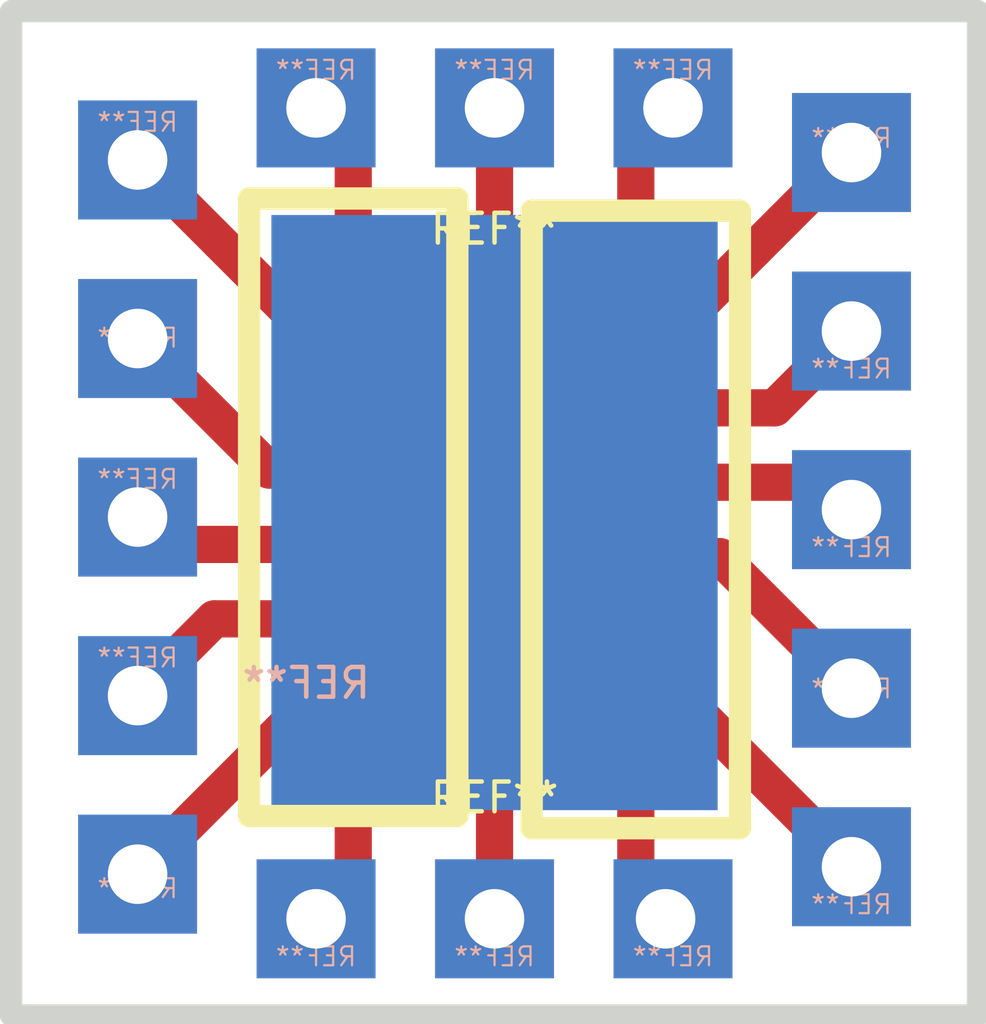
<source format=kicad_pcb>
(kicad_pcb (version 4) (host pcbnew 4.0.2-stable)

  (general
    (links 0)
    (no_connects 0)
    (area 122.124999 106.574999 128.775001 113.475001)
    (thickness 1.6)
    (drawings 5)
    (tracks 50)
    (zones 0)
    (modules 19)
    (nets 1)
  )

  (page A4)
  (layers
    (0 F.Cu signal)
    (31 B.Cu signal)
    (32 B.Adhes user)
    (33 F.Adhes user)
    (34 B.Paste user)
    (35 F.Paste user)
    (36 B.SilkS user)
    (37 F.SilkS user)
    (38 B.Mask user)
    (39 F.Mask user)
    (40 Dwgs.User user)
    (41 Cmts.User user)
    (42 Eco1.User user)
    (43 Eco2.User user)
    (44 Edge.Cuts user)
    (45 Margin user)
    (46 B.CrtYd user)
    (47 F.CrtYd user)
    (48 B.Fab user)
    (49 F.Fab user)
  )

  (setup
    (last_trace_width 0.25)
    (trace_clearance 0.2)
    (zone_clearance 0.508)
    (zone_45_only no)
    (trace_min 0.2)
    (segment_width 0.2)
    (edge_width 0.15)
    (via_size 0.6)
    (via_drill 0.4)
    (via_min_size 0.4)
    (via_min_drill 0.3)
    (uvia_size 0.3)
    (uvia_drill 0.1)
    (uvias_allowed no)
    (uvia_min_size 0.2)
    (uvia_min_drill 0.1)
    (pcb_text_width 0.3)
    (pcb_text_size 1.5 1.5)
    (mod_edge_width 0.15)
    (mod_text_size 1 1)
    (mod_text_width 0.15)
    (pad_size 3 4)
    (pad_drill 0)
    (pad_to_mask_clearance 0.2)
    (aux_axis_origin 0 0)
    (visible_elements 7FFFFFFF)
    (pcbplotparams
      (layerselection 0x00030_80000001)
      (usegerberextensions false)
      (excludeedgelayer true)
      (linewidth 0.100000)
      (plotframeref false)
      (viasonmask false)
      (mode 1)
      (useauxorigin false)
      (hpglpennumber 1)
      (hpglpenspeed 20)
      (hpglpendiameter 15)
      (hpglpenoverlay 2)
      (psnegative false)
      (psa4output false)
      (plotreference true)
      (plotvalue true)
      (plotinvisibletext false)
      (padsonsilk false)
      (subtractmaskfromsilk false)
      (outputformat 1)
      (mirror false)
      (drillshape 1)
      (scaleselection 1)
      (outputdirectory ""))
  )

  (net 0 "")

  (net_class Default "This is the default net class."
    (clearance 0.2)
    (trace_width 0.25)
    (via_dia 0.6)
    (via_drill 0.4)
    (uvia_dia 0.3)
    (uvia_drill 0.1)
  )

  (module Pin_Headers:Pin_Header_Straight_1x08 (layer F.Cu) (tedit 576B8F0F) (tstamp 576D8515)
    (at 126.4 110.3 180)
    (descr "Through hole pin header")
    (tags "pin header")
    (fp_text reference REF** (at 0.95 -1.636 180) (layer F.SilkS)
      (effects (font (size 0.2 0.2) (thickness 0.03)))
    )
    (fp_text value Pin_Header_Straight_1x08 (at 1.6 -2.186 180) (layer F.Fab)
      (effects (font (size 0.2 0.2) (thickness 0.03)))
    )
    (fp_line (start 0.7 -1.841) (end 0.7 2.309) (layer F.SilkS) (width 0.15))
    (fp_line (start -0.7 -1.841) (end -0.7 2.309) (layer F.SilkS) (width 0.15))
    (fp_line (start -0.7 2.309) (end 0.7 2.309) (layer F.SilkS) (width 0.15))
    (fp_line (start -0.7 -1.841) (end 0.7 -1.841) (layer F.SilkS) (width 0.15))
    (pad 1 connect rect (at 0 -1.516 180) (size 0.4 0.4) (layers F.Cu F.Mask))
    (pad 2 smd rect (at 0 -1.016 180) (size 0.4 0.4) (layers F.Cu F.Paste F.Mask))
    (pad 3 smd rect (at 0 -0.516 180) (size 0.4 0.4) (layers F.Cu F.Paste F.Mask))
    (pad 4 smd rect (at 0 -0.016 180) (size 0.4 0.4) (layers F.Cu F.Paste F.Mask))
    (pad 5 smd rect (at 0 0.484 180) (size 0.4 0.4) (layers F.Cu F.Paste F.Mask))
    (pad 6 smd rect (at 0 0.984 180) (size 0.4 0.4) (layers F.Cu F.Paste F.Mask))
    (pad 7 smd rect (at 0 1.484 180) (size 0.4 0.4) (layers F.Cu F.Paste F.Mask))
    (pad 8 smd rect (at 0 1.984 180) (size 0.4 0.4) (layers F.Cu F.Paste F.Mask))
    (model Pin_Headers.3dshapes/Pin_Header_Straight_1x08.wrl
      (at (xyz 0 -0.01 0))
      (scale (xyz 0.2 0.2 0.2))
      (rotate (xyz 0 0 90))
    )
  )

  (module "1x1 pad" (layer B.Cu) (tedit 576D7BE9) (tstamp 576D850D)
    (at 127.85 112.4 180)
    (fp_text reference REF** (at 0 -0.254 180) (layer B.SilkS)
      (effects (font (size 0.127 0.127) (thickness 0.015)) (justify mirror))
    )
    (fp_text value ".8 pad" (at 0 0.254 180) (layer B.Fab)
      (effects (font (size 0.127 0.127) (thickness 0.015)) (justify mirror))
    )
    (pad 1 smd rect (at 0 0 180) (size 0.8 0.8) (layers B.Cu B.Paste B.Mask))
  )

  (module "1x1 pad" (layer B.Cu) (tedit 576D8162) (tstamp 576D8509)
    (at 127.85 110.95 180)
    (fp_text reference REF** (at 0 -0.254 180) (layer B.SilkS)
      (effects (font (size 0.127 0.127) (thickness 0.015)) (justify mirror))
    )
    (fp_text value ".8 pad" (at 0 0.254 180) (layer B.Fab)
      (effects (font (size 0.127 0.127) (thickness 0.015)) (justify mirror))
    )
    (pad 1 smd rect (at 0 -0.25 180) (size 0.8 0.8) (layers B.Cu B.Paste B.Mask))
  )

  (module "1x1 pad" (layer B.Cu) (tedit 576D7BE9) (tstamp 576D8505)
    (at 127.85 108.8 180)
    (fp_text reference REF** (at 0 -0.254 180) (layer B.SilkS)
      (effects (font (size 0.127 0.127) (thickness 0.015)) (justify mirror))
    )
    (fp_text value ".8 pad" (at 0 0.254 180) (layer B.Fab)
      (effects (font (size 0.127 0.127) (thickness 0.015)) (justify mirror))
    )
    (pad 1 smd rect (at 0 0 180) (size 0.8 0.8) (layers B.Cu B.Paste B.Mask))
  )

  (module "1x1 pad" (layer B.Cu) (tedit 576D813F) (tstamp 576D8501)
    (at 127.85 107.25 180)
    (fp_text reference REF** (at 0 -0.254 180) (layer B.SilkS)
      (effects (font (size 0.127 0.127) (thickness 0.015)) (justify mirror))
    )
    (fp_text value ".8 pad" (at 0 0.254 180) (layer B.Fab)
      (effects (font (size 0.127 0.127) (thickness 0.015)) (justify mirror))
    )
    (pad 1 smd rect (at 0 -0.35 180) (size 0.8 0.8) (layers B.Cu B.Paste B.Mask))
  )

  (module "1x1 pad" (layer B.Cu) (tedit 576D7BE9) (tstamp 576D84FD)
    (at 127.85 110 180)
    (fp_text reference REF** (at 0 -0.254 180) (layer B.SilkS)
      (effects (font (size 0.127 0.127) (thickness 0.015)) (justify mirror))
    )
    (fp_text value ".8 pad" (at 0 0.254 180) (layer B.Fab)
      (effects (font (size 0.127 0.127) (thickness 0.015)) (justify mirror))
    )
    (pad 1 smd rect (at 0 0 180) (size 0.8 0.8) (layers B.Cu B.Paste B.Mask))
  )

  (module "1x1 pad" (layer B.Cu) (tedit 576D7BE9) (tstamp 576D84F9)
    (at 126.65 112.75 180)
    (fp_text reference REF** (at 0 -0.254 180) (layer B.SilkS)
      (effects (font (size 0.127 0.127) (thickness 0.015)) (justify mirror))
    )
    (fp_text value ".8 pad" (at 0 0.254 180) (layer B.Fab)
      (effects (font (size 0.127 0.127) (thickness 0.015)) (justify mirror))
    )
    (pad 1 smd rect (at 0 0 180) (size 0.8 0.8) (layers B.Cu B.Paste B.Mask))
  )

  (module "1x1 pad" (layer B.Cu) (tedit 576D7BE9) (tstamp 576D84F5)
    (at 125.45 112.75 180)
    (fp_text reference REF** (at 0 -0.254 180) (layer B.SilkS)
      (effects (font (size 0.127 0.127) (thickness 0.015)) (justify mirror))
    )
    (fp_text value ".8 pad" (at 0 0.254 180) (layer B.Fab)
      (effects (font (size 0.127 0.127) (thickness 0.015)) (justify mirror))
    )
    (pad 1 smd rect (at 0 0 180) (size 0.8 0.8) (layers B.Cu B.Paste B.Mask))
  )

  (module "1x1 pad" (layer B.Cu) (tedit 576D7BE9) (tstamp 576D84F1)
    (at 124.25 112.75 180)
    (fp_text reference REF** (at 0 -0.254 180) (layer B.SilkS)
      (effects (font (size 0.127 0.127) (thickness 0.015)) (justify mirror))
    )
    (fp_text value ".8 pad" (at 0 0.254 180) (layer B.Fab)
      (effects (font (size 0.127 0.127) (thickness 0.015)) (justify mirror))
    )
    (pad 1 smd rect (at 0 0 180) (size 0.8 0.8) (layers B.Cu B.Paste B.Mask))
  )

  (module "1x1 pad" (layer B.Cu) (tedit 576D7BE9) (tstamp 576D8278)
    (at 126.65 107.3)
    (fp_text reference REF** (at 0 -0.254) (layer B.SilkS)
      (effects (font (size 0.127 0.127) (thickness 0.015)) (justify mirror))
    )
    (fp_text value ".8 pad" (at 0 0.254) (layer B.Fab)
      (effects (font (size 0.127 0.127) (thickness 0.015)) (justify mirror))
    )
    (pad 1 smd rect (at 0 0) (size 0.8 0.8) (layers B.Cu B.Paste B.Mask))
  )

  (module "1x1 pad" (layer B.Cu) (tedit 576D7BE9) (tstamp 576D8249)
    (at 125.45 107.3)
    (fp_text reference REF** (at 0 -0.254) (layer B.SilkS)
      (effects (font (size 0.127 0.127) (thickness 0.015)) (justify mirror))
    )
    (fp_text value ".8 pad" (at 0 0.254) (layer B.Fab)
      (effects (font (size 0.127 0.127) (thickness 0.015)) (justify mirror))
    )
    (pad 1 smd rect (at 0 0) (size 0.8 0.8) (layers B.Cu B.Paste B.Mask))
  )

  (module "1x1 pad" (layer B.Cu) (tedit 576D7BE9) (tstamp 576D8235)
    (at 124.25 107.3)
    (fp_text reference REF** (at 0 -0.254) (layer B.SilkS)
      (effects (font (size 0.127 0.127) (thickness 0.015)) (justify mirror))
    )
    (fp_text value ".8 pad" (at 0 0.254) (layer B.Fab)
      (effects (font (size 0.127 0.127) (thickness 0.015)) (justify mirror))
    )
    (pad 1 smd rect (at 0 0) (size 0.8 0.8) (layers B.Cu B.Paste B.Mask))
  )

  (module "1x1 pad" (layer B.Cu) (tedit 576D7BE9) (tstamp 576D80E5)
    (at 123.05 110.05)
    (fp_text reference REF** (at 0 -0.254) (layer B.SilkS)
      (effects (font (size 0.127 0.127) (thickness 0.015)) (justify mirror))
    )
    (fp_text value ".8 pad" (at 0 0.254) (layer B.Fab)
      (effects (font (size 0.127 0.127) (thickness 0.015)) (justify mirror))
    )
    (pad 1 smd rect (at 0 0) (size 0.8 0.8) (layers B.Cu B.Paste B.Mask))
  )

  (module "1x1 pad" (layer B.Cu) (tedit 576D813F) (tstamp 576D7C87)
    (at 123.05 112.8)
    (fp_text reference REF** (at 0 -0.254) (layer B.SilkS)
      (effects (font (size 0.127 0.127) (thickness 0.015)) (justify mirror))
    )
    (fp_text value ".8 pad" (at 0 0.254) (layer B.Fab)
      (effects (font (size 0.127 0.127) (thickness 0.015)) (justify mirror))
    )
    (pad 1 smd rect (at 0 -0.35) (size 0.8 0.8) (layers B.Cu B.Paste B.Mask))
  )

  (module "1x1 pad" (layer B.Cu) (tedit 576D7BE9) (tstamp 576D7C37)
    (at 123.05 111.25)
    (fp_text reference REF** (at 0 -0.254) (layer B.SilkS)
      (effects (font (size 0.127 0.127) (thickness 0.015)) (justify mirror))
    )
    (fp_text value ".8 pad" (at 0 0.254) (layer B.Fab)
      (effects (font (size 0.127 0.127) (thickness 0.015)) (justify mirror))
    )
    (pad 1 smd rect (at 0 0) (size 0.8 0.8) (layers B.Cu B.Paste B.Mask))
  )

  (module "1x1 pad" (layer B.Cu) (tedit 576D8162) (tstamp 576D7C32)
    (at 123.05 109.1)
    (fp_text reference REF** (at 0 -0.254) (layer B.SilkS)
      (effects (font (size 0.127 0.127) (thickness 0.015)) (justify mirror))
    )
    (fp_text value ".8 pad" (at 0 0.254) (layer B.Fab)
      (effects (font (size 0.127 0.127) (thickness 0.015)) (justify mirror))
    )
    (pad 1 smd rect (at 0 -0.25) (size 0.8 0.8) (layers B.Cu B.Paste B.Mask))
  )

  (module "1x1 pad" (layer B.Cu) (tedit 576D7BE9) (tstamp 576D7C00)
    (at 123.05 107.65)
    (fp_text reference REF** (at 0 -0.254) (layer B.SilkS)
      (effects (font (size 0.127 0.127) (thickness 0.015)) (justify mirror))
    )
    (fp_text value ".8 pad" (at 0 0.254) (layer B.Fab)
      (effects (font (size 0.127 0.127) (thickness 0.015)) (justify mirror))
    )
    (pad 1 smd rect (at 0 0) (size 0.8 0.8) (layers B.Cu B.Paste B.Mask))
  )

  (module "silicon chip" (layer B.Cu) (tedit 576C2481) (tstamp 576B8647)
    (at 125.2 110.15)
    (fp_text reference REF** (at -1.016 1.016) (layer B.SilkS)
      (effects (font (size 0.2 0.2) (thickness 0.03)) (justify mirror))
    )
    (fp_text value "silicon chip" (at -0.508 1.524) (layer B.Fab)
      (effects (font (size 0.2 0.2) (thickness 0.03)) (justify mirror))
    )
    (pad 9 smd rect (at 0.25 -0.13) (size 3 4) (layers B.Cu B.Paste B.Mask))
  )

  (module Pin_Headers:Pin_Header_Straight_1x08 (layer F.Cu) (tedit 576B8F0F) (tstamp 576B7716)
    (at 124.5 109.75)
    (descr "Through hole pin header")
    (tags "pin header")
    (fp_text reference REF** (at 0.95 -1.636) (layer F.SilkS)
      (effects (font (size 0.2 0.2) (thickness 0.03)))
    )
    (fp_text value Pin_Header_Straight_1x08 (at 1.6 -2.186) (layer F.Fab)
      (effects (font (size 0.2 0.2) (thickness 0.03)))
    )
    (fp_line (start 0.7 -1.841) (end 0.7 2.309) (layer F.SilkS) (width 0.15))
    (fp_line (start -0.7 -1.841) (end -0.7 2.309) (layer F.SilkS) (width 0.15))
    (fp_line (start -0.7 2.309) (end 0.7 2.309) (layer F.SilkS) (width 0.15))
    (fp_line (start -0.7 -1.841) (end 0.7 -1.841) (layer F.SilkS) (width 0.15))
    (pad 1 connect rect (at 0 -1.516) (size 0.4 0.4) (layers F.Cu F.Mask))
    (pad 2 smd rect (at 0 -1.016) (size 0.4 0.4) (layers F.Cu F.Paste F.Mask))
    (pad 3 smd rect (at 0 -0.516) (size 0.4 0.4) (layers F.Cu F.Paste F.Mask))
    (pad 4 smd rect (at 0 -0.016) (size 0.4 0.4) (layers F.Cu F.Paste F.Mask))
    (pad 5 smd rect (at 0 0.484) (size 0.4 0.4) (layers F.Cu F.Paste F.Mask))
    (pad 6 smd rect (at 0 0.984) (size 0.4 0.4) (layers F.Cu F.Paste F.Mask))
    (pad 7 smd rect (at 0 1.484) (size 0.4 0.4) (layers F.Cu F.Paste F.Mask))
    (pad 8 smd rect (at 0 1.984) (size 0.4 0.4) (layers F.Cu F.Paste F.Mask))
    (model Pin_Headers.3dshapes/Pin_Header_Straight_1x08.wrl
      (at (xyz 0 -0.01 0))
      (scale (xyz 0.2 0.2 0.2))
      (rotate (xyz 0 0 90))
    )
  )

  (gr_line (start 122.2 113.4) (end 122.2 106.65) (angle 90) (layer Edge.Cuts) (width 0.15))
  (gr_line (start 122.25 113.4) (end 122.2 113.4) (angle 90) (layer Edge.Cuts) (width 0.15))
  (gr_line (start 128.7 113.4) (end 122.25 113.4) (angle 90) (layer Edge.Cuts) (width 0.15))
  (gr_line (start 128.7 106.65) (end 128.7 113.4) (angle 90) (layer Edge.Cuts) (width 0.15))
  (gr_line (start 122.2 106.65) (end 128.7 106.65) (angle 90) (layer Edge.Cuts) (width 0.15))

  (segment (start 126.4 108.316) (end 126.4 107.55) (width 0.25) (layer F.Cu) (net 0))
  (via (at 126.65 107.3) (size 0.6) (drill 0.4) (layers F.Cu B.Cu) (net 0))
  (segment (start 126.4 107.55) (end 126.65 107.3) (width 0.25) (layer F.Cu) (net 0) (tstamp 576D86BC))
  (segment (start 126.4 108.816) (end 126.634 108.816) (width 0.25) (layer F.Cu) (net 0))
  (via (at 127.85 107.6) (size 0.6) (drill 0.4) (layers F.Cu B.Cu) (net 0) (tstamp 576D852B) (status 30))
  (segment (start 126.634 108.816) (end 127.85 107.6) (width 0.25) (layer F.Cu) (net 0) (tstamp 576D86B9))
  (segment (start 126.4 109.316) (end 127.334 109.316) (width 0.25) (layer F.Cu) (net 0))
  (via (at 127.85 108.8) (size 0.6) (drill 0.4) (layers F.Cu B.Cu) (net 0) (tstamp 576D852D))
  (segment (start 127.334 109.316) (end 127.85 108.8) (width 0.25) (layer F.Cu) (net 0) (tstamp 576D86B6))
  (segment (start 126.4 109.816) (end 127.666 109.816) (width 0.25) (layer F.Cu) (net 0))
  (via (at 127.85 110) (size 0.6) (drill 0.4) (layers F.Cu B.Cu) (net 0) (tstamp 576D8528))
  (segment (start 127.666 109.816) (end 127.85 110) (width 0.25) (layer F.Cu) (net 0) (tstamp 576D86B3))
  (segment (start 126.4 110.316) (end 126.966 110.316) (width 0.25) (layer F.Cu) (net 0))
  (via (at 127.85 111.2) (size 0.6) (drill 0.4) (layers F.Cu B.Cu) (net 0) (tstamp 576D8527))
  (segment (start 126.966 110.316) (end 127.85 111.2) (width 0.25) (layer F.Cu) (net 0) (tstamp 576D86B0))
  (segment (start 126.4 111.316) (end 126.766 111.316) (width 0.25) (layer F.Cu) (net 0))
  (via (at 127.85 112.4) (size 0.6) (drill 0.4) (layers F.Cu B.Cu) (net 0) (tstamp 576D852E) (status 30))
  (segment (start 126.766 111.316) (end 127.85 112.4) (width 0.25) (layer F.Cu) (net 0) (tstamp 576D86AC))
  (via (at 125.45 112.75) (size 0.6) (drill 0.4) (layers F.Cu B.Cu) (net 0))
  (segment (start 125.684 110.816) (end 125.45 111.05) (width 0.25) (layer F.Cu) (net 0) (tstamp 576D868F))
  (segment (start 125.45 112.75) (end 125.45 111.05) (width 0.25) (layer F.Cu) (net 0) (tstamp 576D869C))
  (segment (start 125.684 110.816) (end 126.4 110.816) (width 0.25) (layer F.Cu) (net 0))
  (segment (start 126.4 111.816) (end 126.4 112.55) (width 0.25) (layer F.Cu) (net 0))
  (via (at 126.6 112.75) (size 0.6) (drill 0.4) (layers F.Cu B.Cu) (net 0) (tstamp 576D8525) (status 30))
  (segment (start 126.4 112.55) (end 126.6 112.75) (width 0.25) (layer F.Cu) (net 0) (tstamp 576D867E))
  (via (at 124.25 112.75) (size 0.6) (drill 0.4) (layers F.Cu B.Cu) (net 0))
  (segment (start 124.25 112.75) (end 124.5 112.5) (width 0.25) (layer F.Cu) (net 0) (tstamp 576D8665))
  (segment (start 124.5 112.5) (end 124.5 111.734) (width 0.25) (layer F.Cu) (net 0))
  (via (at 124.25 107.3) (size 0.6) (drill 0.4) (layers F.Cu B.Cu) (net 0))
  (segment (start 124.25 107.3) (end 124.5 107.55) (width 0.25) (layer F.Cu) (net 0) (tstamp 576D8636))
  (segment (start 124.5 107.55) (end 124.5 108.234) (width 0.25) (layer F.Cu) (net 0))
  (segment (start 124.5 111.234) (end 124.266 111.234) (width 0.25) (layer F.Cu) (net 0))
  (via (at 123.05 112.45) (size 0.6) (drill 0.4) (layers F.Cu B.Cu) (net 0) (status 30))
  (segment (start 124.266 111.234) (end 123.05 112.45) (width 0.25) (layer F.Cu) (net 0) (tstamp 576D8600))
  (segment (start 124.5 110.734) (end 123.566 110.734) (width 0.25) (layer F.Cu) (net 0))
  (via (at 123.05 111.25) (size 0.6) (drill 0.4) (layers F.Cu B.Cu) (net 0))
  (segment (start 123.566 110.734) (end 123.05 111.25) (width 0.25) (layer F.Cu) (net 0) (tstamp 576D85FB))
  (segment (start 124.5 110.234) (end 123.234 110.234) (width 0.25) (layer F.Cu) (net 0))
  (via (at 123.05 110.05) (size 0.6) (drill 0.4) (layers F.Cu B.Cu) (net 0))
  (segment (start 123.234 110.234) (end 123.05 110.05) (width 0.25) (layer F.Cu) (net 0) (tstamp 576D85F8))
  (segment (start 124.5 109.734) (end 123.934 109.734) (width 0.25) (layer F.Cu) (net 0))
  (via (at 123.05 108.85) (size 0.6) (drill 0.4) (layers F.Cu B.Cu) (net 0))
  (segment (start 123.934 109.734) (end 123.05 108.85) (width 0.25) (layer F.Cu) (net 0) (tstamp 576D85F3))
  (segment (start 124.5 108.734) (end 124.134 108.734) (width 0.25) (layer F.Cu) (net 0))
  (via (at 123.05 107.65) (size 0.6) (drill 0.4) (layers F.Cu B.Cu) (net 0) (status 30))
  (segment (start 124.134 108.734) (end 123.05 107.65) (width 0.25) (layer F.Cu) (net 0) (tstamp 576D85C7))
  (via (at 125.45 107.3) (size 0.6) (drill 0.4) (layers F.Cu B.Cu) (net 0))
  (segment (start 125.116 109.234) (end 125.45 108.9) (width 0.25) (layer F.Cu) (net 0) (tstamp 576D85B8))
  (segment (start 125.45 107.3) (end 125.45 108.9) (width 0.25) (layer F.Cu) (net 0) (tstamp 576D85B9))
  (segment (start 125.116 109.234) (end 124.5 109.234) (width 0.25) (layer F.Cu) (net 0))

)

</source>
